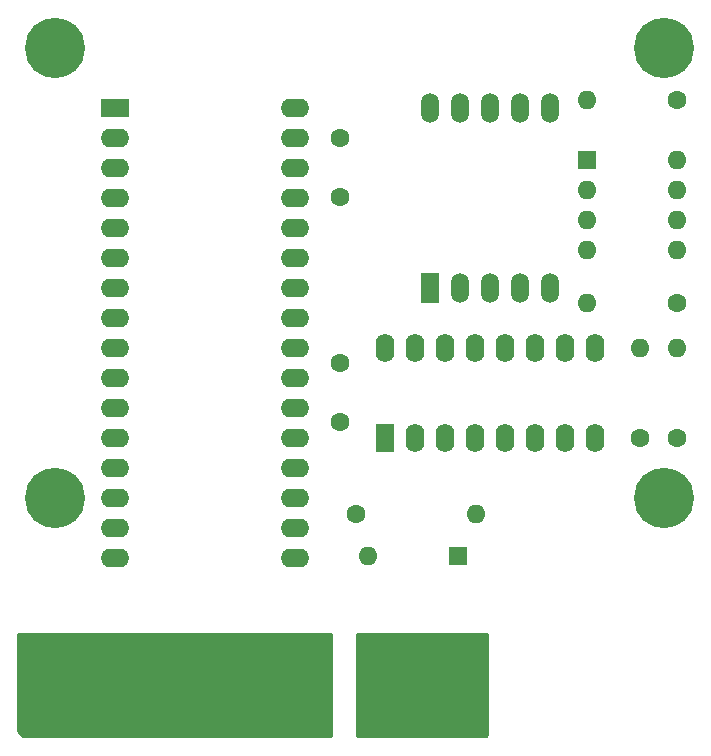
<source format=gbs>
%TF.GenerationSoftware,KiCad,Pcbnew,(5.1.8)-1*%
%TF.CreationDate,2021-04-16T20:09:20+02:00*%
%TF.ProjectId,ZX Cartridge 1983,5a582043-6172-4747-9269-646765203139,rev?*%
%TF.SameCoordinates,Original*%
%TF.FileFunction,Soldermask,Bot*%
%TF.FilePolarity,Negative*%
%FSLAX46Y46*%
G04 Gerber Fmt 4.6, Leading zero omitted, Abs format (unit mm)*
G04 Created by KiCad (PCBNEW (5.1.8)-1) date 2021-04-16 20:09:20*
%MOMM*%
%LPD*%
G01*
G04 APERTURE LIST*
%ADD10C,1.600000*%
%ADD11R,1.600000X2.400000*%
%ADD12O,1.600000X2.400000*%
%ADD13C,5.100000*%
%ADD14R,1.500000X8.000000*%
%ADD15R,2.400000X1.600000*%
%ADD16O,2.400000X1.600000*%
%ADD17O,1.524000X2.524000*%
%ADD18R,1.524000X2.524000*%
%ADD19R,1.600000X1.600000*%
%ADD20O,1.600000X1.600000*%
%ADD21C,0.254000*%
%ADD22C,0.100000*%
G04 APERTURE END LIST*
D10*
%TO.C,C2*%
X147574000Y-88900000D03*
X147574000Y-93900000D03*
%TD*%
D11*
%TO.C,U2*%
X151384000Y-95250000D03*
D12*
X169164000Y-87630000D03*
X153924000Y-95250000D03*
X166624000Y-87630000D03*
X156464000Y-95250000D03*
X164084000Y-87630000D03*
X159004000Y-95250000D03*
X161544000Y-87630000D03*
X161544000Y-95250000D03*
X159004000Y-87630000D03*
X164084000Y-95250000D03*
X156464000Y-87630000D03*
X166624000Y-95250000D03*
X153924000Y-87630000D03*
X169164000Y-95250000D03*
X151384000Y-87630000D03*
%TD*%
D10*
%TO.C,C1*%
X147574000Y-69850000D03*
X147574000Y-74850000D03*
%TD*%
D13*
%TO.C,M1*%
X123444000Y-100330000D03*
%TD*%
%TO.C,M2*%
X175011000Y-100330000D03*
%TD*%
%TO.C,M3*%
X175011000Y-62230000D03*
%TD*%
%TO.C,M4*%
X123444000Y-62230000D03*
%TD*%
D14*
%TO.C,J1*%
X122555000Y-116078000D03*
X122555000Y-116078000D03*
X125095000Y-116078000D03*
X127635000Y-116078000D03*
X130175000Y-116078000D03*
X132715000Y-116078000D03*
X135255000Y-116078000D03*
X137795000Y-116078000D03*
X140335000Y-116078000D03*
X142875000Y-116078000D03*
X145415000Y-116078000D03*
X150495000Y-116078000D03*
X153035000Y-116078000D03*
X155575000Y-116078000D03*
X158115000Y-116078000D03*
X125095000Y-116078000D03*
X127635000Y-116078000D03*
X130175000Y-116078000D03*
X132715000Y-116078000D03*
X135255000Y-116078000D03*
X137795000Y-116078000D03*
X140335000Y-116078000D03*
X142875000Y-116078000D03*
X145415000Y-116078000D03*
X150495000Y-116078000D03*
X153035000Y-116078000D03*
X155575000Y-116078000D03*
X158115000Y-116078000D03*
%TD*%
D15*
%TO.C,U1*%
X128524000Y-67310000D03*
D16*
X143764000Y-105410000D03*
X128524000Y-69850000D03*
X143764000Y-102870000D03*
X128524000Y-72390000D03*
X143764000Y-100330000D03*
X128524000Y-74930000D03*
X143764000Y-97790000D03*
X128524000Y-77470000D03*
X143764000Y-95250000D03*
X128524000Y-80010000D03*
X143764000Y-92710000D03*
X128524000Y-82550000D03*
X143764000Y-90170000D03*
X128524000Y-85090000D03*
X143764000Y-87630000D03*
X128524000Y-87630000D03*
X143764000Y-85090000D03*
X128524000Y-90170000D03*
X143764000Y-82550000D03*
X128524000Y-92710000D03*
X143764000Y-80010000D03*
X128524000Y-95250000D03*
X143764000Y-77470000D03*
X128524000Y-97790000D03*
X143764000Y-74930000D03*
X128524000Y-100330000D03*
X143764000Y-72390000D03*
X128524000Y-102870000D03*
X143764000Y-69850000D03*
X128524000Y-105410000D03*
X143764000Y-67310000D03*
%TD*%
D17*
%TO.C,AFF1*%
X155194000Y-67310000D03*
X157734000Y-67310000D03*
X160274000Y-67310000D03*
X162814000Y-67310000D03*
X165354000Y-67310000D03*
X165354000Y-82550000D03*
X162814000Y-82550000D03*
X160274000Y-82550000D03*
X157734000Y-82550000D03*
D18*
X155194000Y-82550000D03*
%TD*%
D19*
%TO.C,D1*%
X157607000Y-105283000D03*
D20*
X149987000Y-105283000D03*
%TD*%
D10*
%TO.C,R1*%
X148971000Y-101727000D03*
D20*
X159131000Y-101727000D03*
%TD*%
D19*
%TO.C,SW1*%
X168529000Y-71755000D03*
D20*
X176149000Y-79375000D03*
X168529000Y-74295000D03*
X176149000Y-76835000D03*
X168529000Y-76835000D03*
X176149000Y-74295000D03*
X168529000Y-79375000D03*
X176149000Y-71755000D03*
%TD*%
D10*
%TO.C,R4*%
X172974000Y-95250000D03*
D20*
X172974000Y-87630000D03*
%TD*%
D10*
%TO.C,R2*%
X176149000Y-66675000D03*
D20*
X168529000Y-66675000D03*
%TD*%
%TO.C,R3*%
X168529000Y-83820000D03*
D10*
X176149000Y-83820000D03*
%TD*%
%TO.C,R5*%
X176149000Y-95250000D03*
D20*
X176149000Y-87630000D03*
%TD*%
D21*
X146858000Y-120396000D02*
X146838665Y-120493202D01*
X146801783Y-120548400D01*
X120850803Y-120548400D01*
X120720541Y-120478773D01*
X120566580Y-120352420D01*
X120440227Y-120198459D01*
X120370600Y-120068197D01*
X120370600Y-111887000D01*
X146858000Y-111887000D01*
X146858000Y-120396000D01*
D22*
G36*
X146858000Y-120396000D02*
G01*
X146838665Y-120493202D01*
X146801783Y-120548400D01*
X120850803Y-120548400D01*
X120720541Y-120478773D01*
X120566580Y-120352420D01*
X120440227Y-120198459D01*
X120370600Y-120068197D01*
X120370600Y-111887000D01*
X146858000Y-111887000D01*
X146858000Y-120396000D01*
G37*
D21*
X160001000Y-120396000D02*
X159981665Y-120493202D01*
X159944783Y-120548400D01*
X149108217Y-120548400D01*
X149071335Y-120493202D01*
X149052000Y-120396000D01*
X149052000Y-111887000D01*
X160001000Y-111887000D01*
X160001000Y-120396000D01*
D22*
G36*
X160001000Y-120396000D02*
G01*
X159981665Y-120493202D01*
X159944783Y-120548400D01*
X149108217Y-120548400D01*
X149071335Y-120493202D01*
X149052000Y-120396000D01*
X149052000Y-111887000D01*
X160001000Y-111887000D01*
X160001000Y-120396000D01*
G37*
M02*

</source>
